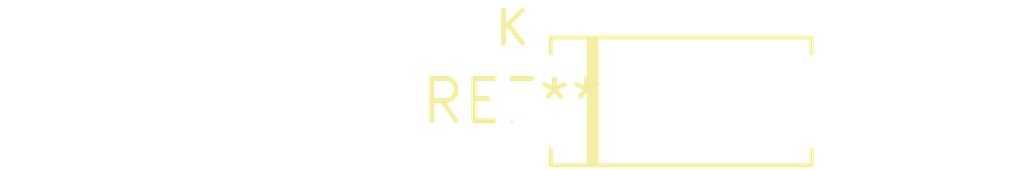
<source format=kicad_pcb>
(kicad_pcb (version 20240108) (generator pcbnew)
  (layers (0 "F.Cu" signal) (31 "B.Cu" signal) (34 "B.Paste" user) (35 "F.Paste" user) (36 "B.SilkS" user "B.Silkscreen") (37 "F.SilkS" user "F.Silkscreen") (38 "B.Mask" user) (39 "F.Mask" user) (44 "Edge.Cuts" user))
  (net 0 "")
  (footprint "D_DO-15_P10.16mm_Horizontal" (layer "F.Cu") (at 0 0)
    (property "Reference" "REF**")
    (property "Value" "D_DO-15_P10.16mm_Horizontal")
    (fp_line (start 1.16 -1.92) (end 9 -1.92) (layer "F.SilkS") (stroke (width 0.12)))
    (fp_line (start 1.16 -1.44) (end 1.16 -1.92) (layer "F.SilkS") (stroke (width 0.12)))
    (fp_line (start 1.16 1.44) (end 1.16 1.92) (layer "F.SilkS") (stroke (width 0.12)))
    (fp_line (start 1.16 1.92) (end 9 1.92) (layer "F.SilkS") (stroke (width 0.12)))
    (fp_line (start 2.3 -1.92) (end 2.3 1.92) (layer "F.SilkS") (stroke (width 0.12)))
    (fp_line (start 2.42 -1.92) (end 2.42 1.92) (layer "F.SilkS") (stroke (width 0.12)))
    (fp_line (start 2.54 -1.92) (end 2.54 1.92) (layer "F.SilkS") (stroke (width 0.12)))
    (fp_line (start 9 -1.92) (end 9 -1.44) (layer "F.SilkS") (stroke (width 0.12)))
    (fp_line (start 9 1.92) (end 9 1.44) (layer "F.SilkS") (stroke (width 0.12)))
    (fp_text user "K" (at 0 -2.2 0) (layer "F.SilkS"))
    (pad "1" thru_hole rect (at 0 0) (size 2.4 2.4) (drill 1.2) (layers *.Cu *.Mask) (remove_unused_layers))
    (pad "2" thru_hole oval (at 10.16 0) (size 2.4 2.4) (drill 1.2) (layers *.Cu *.Mask) (remove_unused_layers))
  )
)
</source>
